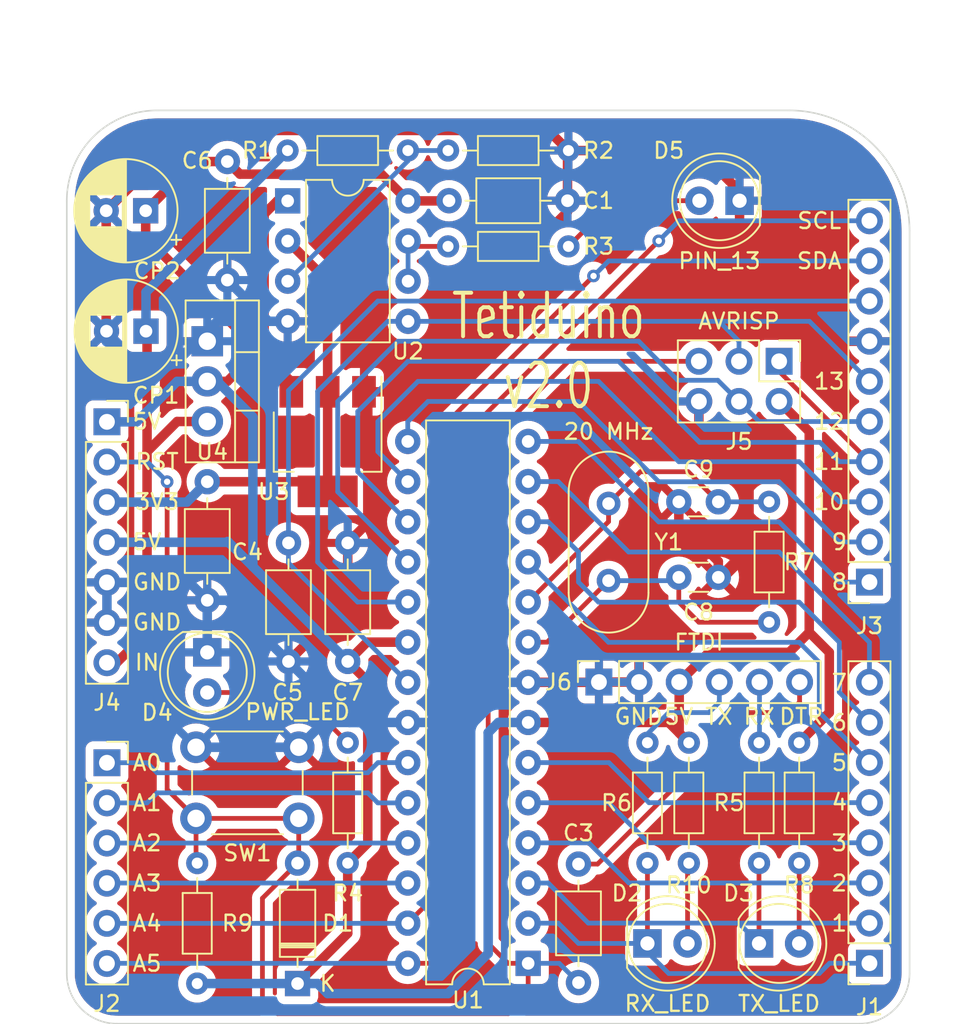
<source format=kicad_pcb>
(kicad_pcb (version 20211014) (generator pcbnew)
  (layers (0 "F.Cu" signal) (31 "B.Cu" signal) (34 "B.Paste" user) (35 "F.Paste" user) (36 "B.SilkS" user "B.Silkscreen") (37 "F.SilkS" user "F.Silkscreen") (38 "B.Mask" user) (39 "F.Mask" user) (44 "Edge.Cuts" user))
  (net 0 "")
  (net 1 "AREF")
  (net 2 "GND")
  (net 3 "+5V")
  (net 4 "Net-(D2-Pad2)")
  (net 5 "D2")
  (net 6 "D3")
  (net 7 "D4")
  (net 8 "D5")
  (net 9 "D6")
  (net 10 "D7")
  (net 11 "A0")
  (net 12 "A1")
  (net 13 "A2")
  (net 14 "A3")
  (net 15 "A4{slash}SDA")
  (net 16 "A5{slash}SCL")
  (net 17 "D8")
  (net 18 "D9")
  (net 19 "/D0{slash}RX")
  (net 20 "Net-(D3-Pad2)")
  (net 21 "Net-(D5-Pad2)")
  (net 22 "/D1{slash}TX")
  (net 23 "RESET")
  (net 24 "+3V3")
  (net 25 "VIN")
  (net 26 "/D10{slash}SS")
  (net 27 "/D11{slash}MISO")
  (net 28 "/D12{slash}MOSI")
  (net 29 "D13{slash}SCK")
  (net 30 "RXD")
  (net 31 "TXD")
  (net 32 "/DTR")
  (net 33 "Net-(C8-Pad1)")
  (net 34 "Net-(D4-Pad2)")
  (net 35 "Net-(R3-Pad1)")
  (net 36 "Net-(C9-Pad2)")
  (net 37 "Net-(U2-Pad1)")
  (net 38 "Net-(R1-Pad2)")
  (footprint "Connector_PinSocket_2.54mm:PinSocket_1x07_P2.54mm_Vertical" (layer "F.Cu") (at 124.46 102.255)
    (fp_text reference "J4")
    (fp_text value "Conn_01x07_Male")
  )
  (footprint "Resistor_THT:R_Axial_DIN0204_L3.6mm_D1.6mm_P7.62mm_Horizontal" (layer "F.Cu") (at 146.05 91.155)
    (fp_text reference "R3")
    (fp_text value "1k")
  )
  (footprint "Diode_THT:D_DO-35_SOD27_P7.62mm_Horizontal" (layer "F.Cu") (at 136.525 137.795 90)
    (fp_text reference "D1")
    (fp_text value "1N4148")
  )
  (footprint "Capacitor_THT:C_Disc_D3.0mm_W1.6mm_P2.50mm" (layer "F.Cu") (at 160.655 112.09)
    (fp_text reference "C8")
    (fp_text value "22p")
  )
  (footprint "Capacitor_THT:C_Disc_D3.0mm_W1.6mm_P2.50mm" (layer "F.Cu") (at 160.655 107.315)
    (fp_text reference "C9")
    (fp_text value "22p")
  )
  (footprint "Capacitor_THT:CP_Radial_D6.3mm_P2.50mm" (layer "F.Cu") (at 126.91238 88.9 180)
    (fp_text reference "CP2")
    (fp_text value "47u")
  )
  (footprint "Capacitor_THT:C_Axial_L3.8mm_D2.6mm_P7.50mm_Horizontal" (layer "F.Cu") (at 130.81 106.045 -90)
    (fp_text reference "C4")
    (fp_text value "1u")
  )
  (footprint "Capacitor_THT:C_Axial_L3.8mm_D2.6mm_P7.50mm_Horizontal" (layer "F.Cu") (at 139.7 117.415 90)
    (fp_text reference "C7")
    (fp_text value "100n")
  )
  (footprint "Connector_PinSocket_2.54mm:PinSocket_1x06_P2.54mm_Vertical" (layer "F.Cu") (at 155.6 118.72 90)
    (fp_text reference "J6")
    (fp_text value "Conn_01x06_Male")
  )
  (footprint "Button_Switch_THT:SW_PUSH_6mm" (layer "F.Cu") (at 136.6 127.345 180)
    (fp_text reference "SW1")
    (fp_text value "SW_Push")
  )
  (footprint "LED_THT:LED_D5.0mm" (layer "F.Cu") (at 164.5 88.265 180)
    (fp_text reference "D5")
    (fp_text value "LED")
  )
  (footprint "Package_TO_SOT_SMD:SOT-223-3_TabPin2" (layer "F.Cu") (at 138.43 103.505 -90)
    (fp_text reference "U3")
    (fp_text value "AMS1117-3.3")
  )
  (footprint "Capacitor_THT:C_Axial_L3.8mm_D2.6mm_P7.50mm_Horizontal" (layer "F.Cu") (at 146.11 88.265)
    (fp_text reference "C1")
    (fp_text value "100n")
  )
  (footprint "LED_THT:LED_D5.0mm" (layer "F.Cu") (at 165.73 135.255)
    (fp_text reference "D3")
    (fp_text value "LED")
  )
  (footprint "Package_DIP:DIP-8_W7.62mm" (layer "F.Cu") (at 135.9 88.275)
    (fp_text reference "U2")
    (fp_text value "LM358")
  )
  (footprint "Resistor_THT:R_Axial_DIN0204_L3.6mm_D1.6mm_P7.62mm_Horizontal" (layer "F.Cu") (at 135.89 85.09)
    (fp_text reference "R1")
    (fp_text value "10k")
  )
  (footprint "Package_DIP:DIP-28_W7.62mm" (layer "F.Cu") (at 151.12 136.515 180)
    (fp_text reference "U1")
    (fp_text value "ATmega328-P")
  )
  (footprint "Resistor_THT:R_Axial_DIN0204_L3.6mm_D1.6mm_P7.62mm_Horizontal" (layer "F.Cu") (at 168.275 122.555 -90)
    (fp_text reference "R8")
    (fp_text value "1k")
  )
  (footprint "Resistor_THT:R_Axial_DIN0204_L3.6mm_D1.6mm_P7.62mm_Horizontal" (layer "F.Cu") (at 139.7 130.175 90)
    (fp_text reference "R4")
    (fp_text value "1k")
  )
  (footprint "Resistor_THT:R_Axial_DIN0204_L3.6mm_D1.6mm_P7.62mm_Horizontal" (layer "F.Cu") (at 165.735 122.555 -90)
    (fp_text reference "R5")
    (fp_text value "1k")
  )
  (footprint "Capacitor_THT:CP_Radial_D6.3mm_P2.50mm" (layer "F.Cu") (at 126.93238 96.52 180)
    (fp_text reference "CP1")
    (fp_text value "47u")
  )
  (footprint "Resistor_THT:R_Axial_DIN0204_L3.6mm_D1.6mm_P7.62mm_Horizontal" (layer "F.Cu") (at 130.175 137.795 90)
    (fp_text reference "R9")
    (fp_text value "10k")
  )
  (footprint "Resistor_THT:R_Axial_DIN0204_L3.6mm_D1.6mm_P7.62mm_Horizontal" (layer "F.Cu") (at 166.37 114.935 90)
    (fp_text reference "R7")
    (fp_text value "1M")
  )
  (footprint "Connector_PinSocket_2.54mm:PinSocket_1x08_P2.54mm_Vertical" (layer "F.Cu") (at 172.72 136.51 180)
    (fp_text reference "J1")
    (fp_text value "Conn_01x08_Male")
  )
  (footprint "Connector_PinHeader_2.54mm:PinHeader_2x03_P2.54mm_Vertical" (layer "F.Cu") (at 167.005 98.425 -90)
    (fp_text reference "J5")
    (fp_text value "AVR-ISP-6")
  )
  (footprint "Resistor_THT:R_Axial_DIN0204_L3.6mm_D1.6mm_P7.62mm_Horizontal" (layer "F.Cu") (at 158.67 130.175 90)
    (fp_text reference "R6")
    (fp_text value "1k")
  )
  (footprint "Capacitor_THT:C_Axial_L3.8mm_D2.6mm_P7.50mm_Horizontal" (layer "F.Cu") (at 132.08 85.785 -90)
    (fp_text reference "C6")
    (fp_text value "100n")
  )
  (footprint "Package_TO_SOT_THT:TO-220-3_Vertical" (layer "F.Cu") (at 130.81 97.155 -90)
    (fp_text reference "U4")
    (fp_text value "LM1117-5.0")
  )
  (footprint "LED_THT:LED_D5.0mm" (layer "F.Cu") (at 158.67 135.255)
    (fp_text reference "D2")
    (fp_text value "LED")
  )
  (footprint "Connector_PinSocket_2.54mm:PinSocket_1x06_P2.54mm_Vertical" (layer "F.Cu") (at 124.46 123.825)
    (fp_text reference "J2")
    (fp_text value "Conn_01x06_Male")
  )
  (footprint "Crystal:Crystal_HC49-4H_Vertical" (layer "F.Cu") (at 156.21 112.305 90)
    (fp_text reference "Y1")
    (fp_text value "16MHz")
  )
  (footprint "Capacitor_THT:C_Axial_L3.8mm_D2.6mm_P7.50mm_Horizontal" (layer "F.Cu") (at 135.95 109.915 -90)
    (fp_text reference "C5")
    (fp_text value "100n")
  )
  (footprint "LED_THT:LED_D5.0mm" (layer "F.Cu") (at 130.81 116.84 -90)
    (fp_text reference "D4")
    (fp_text value "LED")
  )
  (footprint "Capacitor_THT:C_Axial_L3.8mm_D2.6mm_P7.50mm_Horizontal" (layer "F.Cu") (at 154.305 137.735 90)
    (fp_text reference "C3")
    (fp_text value "100n")
  )
  (footprint "Connector_PinSocket_2.54mm:PinSocket_1x10_P2.54mm_Vertical" (layer "F.Cu") (at 172.72 112.395 180)
    (fp_text reference "J3")
    (fp_text value "Conn_01x10_Male")
  )
  (footprint "Resistor_THT:R_Axial_DIN0204_L3.6mm_D1.6mm_P7.62mm_Horizontal" (layer "F.Cu") (at 161.29 122.555 -90)
    (fp_text reference "R10")
    (fp_text value "1k")
  )
  (footprint "Resistor_THT:R_Axial_DIN0204_L3.6mm_D1.6mm_P7.62mm_Horizontal" (layer "F.Cu") (at 146.05 85.09)
    (fp_text reference "R2")
    (fp_text value "10k")
  )
  (gr_line (start 125.095 140.335) (end 172.085 140.335) (layer "Edge.Cuts") (width 0.1))
  (gr_arc (start 167.64 82.55) (mid 173.028154 84.781846) (end 175.26 90.17) (layer "Edge.Cuts") (width 0.1))
  (gr_arc (start 121.92 88.265) (mid 123.593885 84.223885) (end 127.635 82.55) (layer "Edge.Cuts") (width 0.1))
  (gr_line (start 175.26 137.16) (end 175.26 90.17) (layer "Edge.Cuts") (width 0.1))
  (gr_line (start 127.635 82.55) (end 167.64 82.55) (layer "Edge.Cuts") (width 0.1))
  (gr_arc (start 125.095 140.335) (mid 122.849936 139.405064) (end 121.92 137.16) (layer "Edge.Cuts") (width 0.1))
  (gr_line (start 121.92 88.265) (end 121.92 137.16) (layer "Edge.Cuts") (width 0.1))
  (gr_arc (start 175.26 137.16) (mid 174.330064 139.405064) (end 172.085 140.335) (layer "Edge.Cuts") (width 0.1))
  (gr_text "RX" (at 165.735 120.904) (layer "F.SilkS") (effects (font (size 1 1))))
  (gr_text "PWR_LED" (at 136.525 120.61) (layer "F.SilkS") (effects (font (size 1 1))))
  (gr_text "DTR" (at 168.402 120.904) (layer "F.SilkS") (effects (font (size 1 1))))
  (gr_text "A1" (at 127 126.365) (layer "F.SilkS") (effects (font (size 1 1))))
  (gr_text "A3" (at 127 131.445) (layer "F.SilkS") (effects (font (size 1 1))))
  (gr_text "4" (at 170.815 126.32) (layer "F.SilkS") (effects (font (size 1 1))))
  (gr_text "9" (at 170.815 109.855) (layer "F.SilkS") (effects (font (size 1 1))))
  (gr_text "5V" (at 127 109.855) (layer "F.SilkS") (effects (font (size 1 1))))
  (gr_text "11" (at 170.18 104.775) (layer "F.SilkS") (effects (font (size 1 1))))
  (gr_text "A0" (at 127 123.825) (layer "F.SilkS") (effects (font (size 1 1))))
  (gr_text "2" (at 170.815 131.445) (layer "F.SilkS") (effects (font (size 1 1))))
  (gr_text "GND" (at 127.635 112.395) (layer "F.SilkS") (effects (font (size 1 1))))
  (gr_text "5V" (at 160.655 120.904) (layer "F.SilkS") (effects (font (size 1 1))))
  (gr_text "GND" (at 127.635 114.935) (layer "F.SilkS") (effects (font (size 1 1))))
  (gr_text "Tetiduino\nv2.0" (at 152.4 97.79) (layer "F.SilkS") (effects (font (size 2.75 1.8) (thickness 0.25))))
  (gr_text "A4" (at 127 133.985) (layer "F.SilkS") (effects (font (size 1 1))))
  (gr_text "RST" (at 127.635 104.775) (layer "F.SilkS") (effects (font (size 1 1))))
  (gr_text "5V" (at 127 102.235) (layer "F.SilkS") (effects (font (size 1 1))))
  (gr_text "GND" (at 158.115 120.904) (layer "F.SilkS") (effects (font (size 1 1))))
  (gr_text "0" (at 170.815 136.525) (layer "F.SilkS") (effects (font (size 1 1))))
  (gr_text "3V3" (at 127.635 107.315) (layer "F.SilkS") (effects (font (size 1 1))))
  (gr_text "20 MHz" (at 156.21 102.87) (layer "F.SilkS") (effects (font (size 1 1))))
  (gr_text "A2" (at 127 128.905) (layer "F.SilkS") (effects (font (size 1 1))))
  (gr_text "12" (at 170.18 102.235) (layer "F.SilkS") (effects (font (size 1 1))))
  (gr_text "7" (at 170.815 118.745) (layer "F.SilkS") (effects (font (size 1 1))))
  (gr_text "13" (at 170.18 99.695) (layer "F.SilkS") (effects (font (size 1 1))))
  (gr_text "10" (at 170.18 107.315) (layer "F.SilkS") (effects (font (size 1 1))))
  (gr_text "SCL" (at 169.545 89.535) (layer "F.SilkS") (effects (font (size 1 1))))
  (gr_text "AVRISP" (at 164.465 95.885) (layer "F.SilkS") (effects (font (size 1 1))))
  (gr_text "TX" (at 163.195 120.904) (layer "F.SilkS") (effects (font (size 1 1))))
  (gr_text "A5" (at 127 136.525) (layer "F.SilkS") (effects (font (size 1 1))))
  (gr_text "3" (at 170.815 128.905) (layer "F.SilkS") (effects (font (size 1 1))))
  (gr_text "PIN_13" (at 163.23 92.075) (layer "F.SilkS") (effects (font (size 1 1))))
  (gr_text "FTDI" (at 161.925 116.205) (layer "F.SilkS") (effects (font (size 1 1))))
  (gr_text "6" (at 170.815 121.285) (layer "F.SilkS") (effects (font (size 1 1))))
  (gr_text "5" (at 170.815 123.825) (layer "F.SilkS") (effects (font (size 1 1))))
  (gr_text "SDA" (at 169.545 92.075) (layer "F.SilkS") (effects (font (size 1 1))))
  (gr_text "IN" (at 127 117.475) (layer "F.SilkS") (effects (font (size 1 1))))
  (gr_text "8" (at 170.815 112.395) (layer "F.SilkS") (effects (font (size 1 1))))
  (gr_text "TX_LED" (at 167 139.065) (layer "F.SilkS") (effects (font (size 1 1))))
  (gr_text "1" (at 170.815 133.985) (layer "F.SilkS") (effects (font (size 1 1))))
  (gr_text "RX_LED" (at 159.94 139.065) (layer "F.SilkS") (effects (font (size 1 1))))
  (segment (start 141.605 94.615) (end 135.95 100.27) (width 0.3) (layer "B.Cu") (net 1))
  (segment (start 172.72 94.615) (end 141.605 94.615) (width 0.3) (layer "B.Cu") (net 1))
  (segment (start 135.95 111.185) (end 143.5 118.735) (width 0.3) (layer "B.Cu") (net 1))
  (segment (start 135.95 100.27) (end 135.95 111.185) (width 0.3) (layer "B.Cu") (net 1))
  (segment (start 161.925 85.09) (end 164.5 87.665) (width 0.6) (layer "F.Cu") (net 2))
  (segment (start 158.14 111.1) (end 158.14 118.72) (width 0.6) (layer "F.Cu") (net 2))
  (segment (start 129.49238 83.82) (end 124.41238 88.9) (width 0.6) (layer "F.Cu") (net 2))
  (segment (start 140.97 100.595) (end 140.73 100.355) (width 0.6) (layer "F.Cu") (net 2))
  (segment (start 159.385 109.855) (end 160.655 108.585) (width 0.6) (layer "F.Cu") (net 2))
  (segment (start 124.41238 88.9) (end 124.41238 96.5) (width 0.6) (layer "F.Cu") (net 2))
  (segment (start 161.925 102.87) (end 161.925 100.965) (width 0.6) (layer "F.Cu") (net 2))
  (segment (start 163.155 112.09) (end 163.5 112.09) (width 0.6) (layer "F.Cu") (net 2))
  (segment (start 172.72 97.155) (end 170.18 97.155) (width 0.6) (layer "F.Cu") (net 2))
  (segment (start 139.7 109.915) (end 140.97 108.645) (width 0.6) (layer "F.Cu") (net 2))
  (segment (start 153.61 85.15) (end 153.67 85.09) (width 0.6) (layer "F.Cu") (net 2))
  (segment (start 153.61 88.265) (end 153.61 85.15) (width 0.6) (layer "F.Cu") (net 2))
  (segment (start 165.1 110.49) (end 165.1 106.045) (width 0.6) (layer "F.Cu") (net 2))
  (segment (start 165.1 106.045) (end 161.925 102.87) (width 0.6) (layer "F.Cu") (net 2))
  (segment (start 164.5 91.475) (end 164.5 88.265) (width 0.6) (layer "F.Cu") (net 2))
  (segment (start 159.385 109.855) (end 158.14 111.1) (width 0.6) (layer "F.Cu") (net 2))
  (segment (start 163.5 112.09) (end 165.1 110.49) (width 0.6) (layer "F.Cu") (net 2))
  (segment (start 155.6 118.72) (end 158.14 118.72) (width 0.6) (layer "F.Cu") (net 2))
  (segment (start 152.4 83.82) (end 129.49238 83.82) (width 0.6) (layer "F.Cu") (net 2))
  (segment (start 161.925 109.855) (end 159.385 109.855) (width 0.6) (layer "F.Cu") (net 2))
  (segment (start 164.5 87.665) (end 164.5 88.265) (width 0.6) (layer "F.Cu") (net 2))
  (segment (start 153.67 85.09) (end 152.4 83.82) (width 0.6) (layer "F.Cu") (net 2))
  (segment (start 139.7 109.915) (end 139.7 113.665) (width 0.6) (layer "F.Cu") (net 2))
  (segment (start 142.215 100.355) (end 140.73 100.355) (width 0.6) (layer "F.Cu") (net 2))
  (segment (start 139.7 113.665) (end 135.95 117.415) (width 0.6) (layer "F.Cu") (net 2))
  (segment (start 153.67 85.09) (end 161.925 85.09) (width 0.6) (layer "F.Cu") (net 2))
  (segment (start 163.155 112.09) (end 163.155 111.085) (width 0.6) (layer "F.Cu") (net 2))
  (segment (start 155.585 118.735) (end 155.6 118.72) (width 0.6) (layer "F.Cu") (net 2))
  (segment (start 163.155 111.085) (end 161.925 109.855) (width 0.6) (layer "F.Cu") (net 2))
  (segment (start 140.97 108.645) (end 140.97 100.595) (width 0.6) (layer "F.Cu") (net 2))
  (segment (start 170.18 97.155) (end 164.5 91.475) (width 0.6) (layer "F.Cu") (net 2))
  (segment (start 142.215 100.355) (end 153.61 88.96) (width 0.6) (layer "F.Cu") (net 2))
  (segment (start 153.61 88.96) (end 153.61 88.265) (width 0.6) (layer "F.Cu") (net 2))
  (segment (start 151.12 118.735) (end 155.585 118.735) (width 0.6) (layer "F.Cu") (net 2))
  (segment (start 160.655 108.585) (end 160.655 107.315) (width 0.6) (layer "F.Cu") (net 2))
  (segment (start 124.41238 96.5) (end 124.43238 96.52) (width 0.6) (layer "F.Cu") (net 2))
  (segment (start 124.43238 97.18262) (end 124.48762 97.18262) (width 0.6) (layer "B.Cu") (net 2))
  (segment (start 151.12 118.735) (end 147.965 118.735) (width 0.6) (layer "B.Cu") (net 2))
  (segment (start 130.175 97.155) (end 130.81 97.155) (width 0.6) (layer "B.Cu") (net 2))
  (segment (start 140.345 121.275) (end 138.17 121.275) (width 0.6) (layer "B.Cu") (net 2))
  (segment (start 135.95 117.415) (end 139.81 121.275) (width 0.6) (layer "B.Cu") (net 2))
  (segment (start 145.425 121.275) (end 143.5 121.275) (width 0.6) (layer "B.Cu") (net 2))
  (segment (start 134.69 95.895) (end 132.08 93.285) (width 0.6) (layer "B.Cu") (net 2))
  (segment (start 124.46 114.955) (end 124.46 112.415) (width 0.6) (layer "B.Cu") (net 2))
  (segment (start 138.17 121.275) (end 136.6 122.845) (width 0.6) (layer "B.Cu") (net 2))
  (segment (start 128.905 98.425) (end 130.175 97.155) (width 0.6) (layer "B.Cu") (net 2))
  (segment (start 129.68 112.415) (end 130.81 113.545) (width 0.6) (layer "B.Cu") (net 2))
  (segment (start 124.43238 96.52) (end 124.43238 97.18262) (width 0.6) (layer "B.Cu") (net 2))
  (segment (start 130.81 113.545) (end 130.81 116.84) (width 0.6) (layer "B.Cu") (net 2))
  (segment (start 136.6 122.845) (end 130.1 122.845) (width 0.6) (layer "B.Cu") (net 2))
  (segment (start 135.95 117.415) (end 132.08 113.545) (width 0.6) (layer "B.Cu") (net 2))
  (segment (start 130.81 96.52) (end 130.81 97.155) (width 0.6) (layer "B.Cu") (net 2))
  (segment (start 147.965 118.735) (end 145.425 121.275) (width 0.6) (layer "B.Cu") (net 2))
  (segment (start 132.08 113.545) (end 130.81 113.545) (width 0.6) (layer "B.Cu") (net 2))
  (segment (start 139.81 121.275) (end 140.345 121.275) (width 0.6) (layer "B.Cu") (net 2))
  (segment (start 124.48762 97.18262) (end 125.73 98.425) (width 0.6) (layer "B.Cu") (net 2))
  (segment (start 131.435 95.895) (end 130.81 96.52) (width 0.6) (layer "B.Cu") (net 2))
  (segment (start 143.5 121.275) (end 140.345 121.275) (width 0.6) (layer "B.Cu") (net 2))
  (segment (start 135.9 95.895) (end 134.69 95.895) (width 0.6) (layer "B.Cu") (net 2))
  (segment (start 124.5 96.48) (end 124.46 96.52) (width 0.6) (layer "B.Cu") (net 2))
  (segment (start 125.73 98.425) (end 128.905 98.425) (width 0.6) (layer "B.Cu") (net 2))
  (segment (start 124.46 112.415) (end 129.68 112.415) (width 0.6) (layer "B.Cu") (net 2))
  (segment (start 134.69 95.895) (end 131.435 95.895) (width 0.6) (layer "B.Cu") (net 2))
  (segment (start 140.97 128.905) (end 139.7 130.175) (width 0.6) (layer "F.Cu") (net 3))
  (segment (start 132.08 85.785) (end 130.02738 85.785) (width 0.6) (layer "F.Cu") (net 3))
  (segment (start 170.18 116.84) (end 168.91 115.57) (width 0.6) (layer "F.Cu") (net 3))
  (segment (start 132.879999 86.584999) (end 141.829999 86.584999) (width 0.6) (layer "F.Cu") (net 3))
  (segment (start 160.68 121.945) (end 161.29 122.555) (width 0.6) (layer "F.Cu") (net 3))
  (segment (start 160.01 121.275) (end 161.29 122.555) (width 0.6) (layer "F.Cu") (net 3))
  (segment (start 139.7 134.62) (end 136.525 137.795) (width 0.6) (layer "F.Cu") (net 3))
  (segment (start 151.12 121.275) (end 160.01 121.275) (width 0.6) (layer "F.Cu") (net 3))
  (segment (start 139.7 117.415) (end 140.97 118.685) (width 0.6) (layer "F.Cu") (net 3))
  (segment (start 130.81 99.695) (end 132.08 99.695) (width 0.6) (layer "F.Cu") (net 3))
  (segment (start 170.18 120.65) (end 170.18 116.84) (width 0.6) (layer "F.Cu") (net 3))
  (segment (start 132.778261 98.996739) (end 132.778261 96.456739) (width 0.6) (layer "F.Cu") (net 3))
  (segment (start 140.97 118.685) (end 140.97 128.905) (width 0.6) (layer "F.Cu") (net 3))
  (segment (start 167.64 116.84) (end 168.91 115.57) (width 0.6) (layer "F.Cu") (net 3))
  (segment (start 132.08 85.785) (end 132.879999 86.584999) (width 0.6) (layer "F.Cu") (net 3))
  (segment (start 132.08 99.695) (end 132.778261 98.996739) (width 0.6) (layer "F.Cu") (net 3))
  (segment (start 168.275 122.555) (end 170.18 120.65) (width 0.6) (layer "F.Cu") (net 3))
  (segment (start 160.68 118.72) (end 160.68 121.945) (width 0.6) (layer "F.Cu") (net 3))
  (segment (start 126.91238 90.590858) (end 126.91238 88.9) (width 0.6) (layer "F.Cu") (net 3))
  (segment (start 143.52 88.275) (end 146.1 88.275) (width 0.6) (layer "F.Cu") (net 3))
  (segment (start 146.1 88.275) (end 146.11 88.265) (width 0.6) (layer "F.Cu") (net 3))
  (segment (start 130.02738 85.785) (end 126.91238 88.9) (width 0.6) (layer "F.Cu") (net 3))
  (segment (start 160.68 118.72) (end 162.56 116.84) (width 0.6) (layer "F.Cu") (net 3))
  (segment (start 141.829999 86.584999) (end 143.52 88.275) (width 0.6) (layer "F.Cu") (net 3))
  (segment (start 143.5 116.195) (end 140.92 116.195) (width 0.6) (layer "F.Cu") (net 3))
  (segment (start 132.778261 96.456739) (end 126.91238 90.590858) (width 0.6) (layer "F.Cu") (net 3))
  (segment (start 162.56 116.84) (end 167.64 116.84) (width 0.6) (layer "F.Cu") (net 3))
  (segment (start 168.91 115.57) (end 168.91 102.87) (width 0.6) (layer "F.Cu") (net 3))
  (segment (start 140.92 116.195) (end 139.7 117.415) (width 0.6) (layer "F.Cu") (net 3))
  (segment (start 139.7 130.175) (end 139.7 134.62) (width 0.6) (layer "F.Cu") (net 3))
  (segment (start 168.91 102.87) (end 167.005 100.965) (width 0.6) (layer "F.Cu") (net 3))
  (segment (start 146.05 138.43) (end 138.43 138.43) (width 0.6) (layer "B.Cu") (net 3))
  (segment (start 128.905 99.695) (end 130.81 99.695) (width 0.6) (layer "B.Cu") (net 3))
  (segment (start 133.6975 111.4125) (end 132.11 109.825) (width 0.6) (layer "B.Cu") (net 3))
  (segment (start 139.7 117.415) (end 133.6975 111.4125) (width 0.6) (layer "B.Cu") (net 3))
  (segment (start 137.795 137.795) (end 136.525 137.795) (width 0.6) (layer "B.Cu") (net 3))
  (segment (start 124.46 109.875) (end 132.06 109.875) (width 0.6) (layer "B.Cu") (net 3))
  (segment (start 126.345 102.255) (end 128.905 99.695) (width 0.6) (layer "B.Cu") (net 3))
  (segment (start 132.06 109.875) (end 132.11 109.825) (width 0.6) (layer "B.Cu") (net 3))
  (segment (start 151.12 121.275) (end 149.235 121.275) (width 0.6) (layer "B.Cu") (net 3))
  (segment (start 133.6975 101.9475) (end 133.6975 111.4125) (width 0.6) (layer "B.Cu") (net 3))
  (segment (start 148.59 121.92) (end 148.59 135.89) (width 0.6) (layer "B.Cu") (net 3))
  (segment (start 136.525 137.795) (end 130.175 137.795) (width 0.6) (layer "B.Cu") (net 3))
  (segment (start 138.43 138.43) (end 137.795 137.795) (width 0.6) (layer "B.Cu") (net 3))
  (segment (start 149.235 121.275) (end 148.59 121.92) (width 0.6) (layer "B.Cu") (net 3))
  (segment (start 148.59 135.89) (end 146.05 138.43) (width 0.6) (layer "B.Cu") (net 3))
  (segment (start 130.81 99.695) (end 131.445 99.695) (width 0.6) (layer "B.Cu") (net 3))
  (segment (start 131.445 99.695) (end 133.6975 101.9475) (width 0.6) (layer "B.Cu") (net 3))
  (segment (start 124.46 102.255) (end 126.345 102.255) (width 0.6) (layer "B.Cu") (net 3))
  (segment (start 161.21 130.255) (end 161.29 130.175) (width 0.3) (layer "F.Cu") (net 4))
  (segment (start 161.21 135.255) (end 161.21 130.255) (width 0.3) (layer "F.Cu") (net 4))
  (segment (start 157.495 131.43) (end 172.72 131.43) (width 0.3) (layer "B.Cu") (net 5))
  (segment (start 151.12 128.895) (end 154.96 128.895) (width 0.3) (layer "B.Cu") (net 5))
  (segment (start 154.96 128.895) (end 157.495 131.43) (width 0.3) (layer "B.Cu") (net 5))
  (segment (start 156.2 126.355) (end 158.735 128.89) (width 0.3) (layer "B.Cu") (net 6))
  (segment (start 158.735 128.89) (end 172.72 128.89) (width 0.3) (layer "B.Cu") (net 6))
  (segment (start 151.12 126.355) (end 156.2 126.355) (width 0.3) (layer "B.Cu") (net 6))
  (segment (start 151.12 123.815) (end 156.23 123.815) (width 0.3) (layer "B.Cu") (net 7))
  (segment (start 156.23 123.815) (end 158.765 126.35) (width 0.3) (layer "B.Cu") (net 7))
  (segment (start 158.765 126.35) (end 172.72 126.35) (width 0.3) (layer "B.Cu") (net 7))
  (segment (start 151.12 111.115) (end 156.21 116.205) (width 0.3) (layer "B.Cu") (net 8))
  (segment (start 169.545 120.635) (end 172.72 123.81) (width 0.3) (layer "B.Cu") (net 8))
  (segment (start 169.545 117.475) (end 169.545 120.635) (width 0.3) (layer "B.Cu") (net 8))
  (segment (start 168.275 116.205) (end 169.545 117.475) (width 0.3) (layer "B.Cu") (net 8))
  (segment (start 156.21 116.205) (end 168.275 116.205) (width 0.3) (layer "B.Cu") (net 8))
  (segment (start 170.815 119.365) (end 172.72 121.27) (width 0.3) (layer "B.Cu") (net 9))
  (segment (start 151.12 108.575) (end 152.39 108.575) (width 0.3) (layer "B.Cu") (net 9))
  (segment (start 170.815 116.205) (end 170.815 119.365) (width 0.3) (layer "B.Cu") (net 9))
  (segment (start 154.305 112.395) (end 155.575 113.665) (width 0.3) (layer "B.Cu") (net 9))
  (segment (start 154.305 110.49) (end 154.305 112.395) (width 0.3) (layer "B.Cu") (net 9))
  (segment (start 152.39 108.575) (end 154.305 110.49) (width 0.3) (layer "B.Cu") (net 9))
  (segment (start 168.275 113.665) (end 170.815 116.205) (width 0.3) (layer "B.Cu") (net 9))
  (segment (start 155.575 113.665) (end 168.275 113.665) (width 0.3) (layer "B.Cu") (net 9))
  (segment (start 172.72 116.205) (end 172.72 118.73) (width 0.3) (layer "B.Cu") (net 10))
  (segment (start 167.005 110.49) (end 172.72 116.205) (width 0.3) (layer "B.Cu") (net 10))
  (segment (start 151.12 106.035) (end 153.025 106.035) (width 0.3) (layer "B.Cu") (net 10))
  (segment (start 153.025 106.035) (end 157.48 110.49) (width 0.3) (layer "B.Cu") (net 10))
  (segment (start 157.48 110.49) (end 167.005 110.49) (width 0.3) (layer "B.Cu") (net 10))
  (segment (start 124.46 123.825) (end 127 123.825) (width 0.3) (layer "B.Cu") (net 11))
  (segment (start 140.97 124.46) (end 141.615 123.815) (width 0.3) (layer "B.Cu") (net 11))
  (segment (start 127.635 124.46) (end 140.97 124.46) (width 0.3) (layer "B.Cu") (net 11))
  (segment (start 141.615 123.815) (end 143.5 123.815) (width 0.3) (layer "B.Cu") (net 11))
  (segment (start 127 123.825) (end 127.635 124.46) (width 0.3) (layer "B.Cu") (net 11))
  (segment (start 140.97 125.73) (end 141.605 126.365) (width 0.3) (layer "B.Cu") (net 12))
  (segment (start 127.635 125.73) (end 140.97 125.73) (width 0.3) (layer "B.Cu") (net 12))
  (segment (start 124.46 126.365) (end 127 126.365) (width 0.3) (layer "B.Cu") (net 12))
  (segment (start 141.605 126.365) (end 143.49 126.365) (width 0.3) (layer "B.Cu") (net 12))
  (segment (start 143.49 126.365) (end 143.5 126.355) (width 0.3) (layer "B.Cu") (net 12))
  (segment (start 127 126.365) (end 127.635 125.73) (width 0.3) (layer "B.Cu") (net 12))
  (segment (start 143.49 128.905) (end 143.5 128.895) (width 0.3) (layer "B.Cu") (net 13))
  (segment (start 124.46 128.905) (end 143.49 128.905) (width 0.3) (layer "B.Cu") (net 13))
  (segment (start 124.46 131.445) (end 124.47 131.435) (width 0.3) (layer "B.Cu") (net 14))
  (segment (start 124.47 131.435) (end 143.5 131.435) (width 0.3) (layer "B.Cu") (net 14))
  (segment (start 146.05 131.425) (end 143.5 133.975) (width 0.3) (layer "F.Cu") (net 15))
  (segment (start 155.2575 93.0275) (end 146.05 102.235) (width 0.3) (layer "F.Cu") (net 15))
  (segment (start 146.05 102.235) (end 146.05 131.425) (width 0.3) (layer "F.Cu") (net 15))
  (via (at 155.2575 93.0275) (size 0.8) (drill 0.4) (layers "F.Cu" "B.Cu") (net 15))
  (segment (start 124.46 133.985) (end 143.49 133.985) (width 0.3) (layer "B.Cu") (net 15))
  (segment (start 156.21 92.075) (end 172.72 92.075) (width 0.3) (layer "B.Cu") (net 15))
  (segment (start 155.2575 93.0275) (end 156.21 92.075) (width 0.3) (layer "B.Cu") (net 15))
  (segment (start 143.49 133.985) (end 143.5 133.975) (width 0.3) (layer "B.Cu") (net 15))
  (segment (start 159.385 90.805) (end 147.32 102.87) (width 0.3) (layer "F.Cu") (net 16))
  (segment (start 145.425 136.515) (end 143.5 136.515) (width 0.3) (layer "F.Cu") (net 16))
  (segment (start 147.32 134.62) (end 145.425 136.515) (width 0.3) (layer "F.Cu") (net 16))
  (segment (start 147.32 102.87) (end 147.32 134.62) (width 0.3) (layer "F.Cu") (net 16))
  (via (at 159.385 90.805) (size 0.8) (drill 0.4) (layers "F.Cu" "B.Cu") (net 16))
  (segment (start 143.5 136.515) (end 124.47 136.515) (width 0.3) (layer "B.Cu") (net 16))
  (segment (start 160.655 89.535) (end 172.72 89.535) (width 0.3) (layer "B.Cu") (net 16))
  (segment (start 124.47 136.515) (end 124.46 136.525) (width 0.3) (layer "B.Cu") (net 16))
  (segment (start 159.385 90.805) (end 160.655 89.535) (width 0.3) (layer "B.Cu") (net 16))
  (segment (start 154.295 103.495) (end 151.12 103.495) (width 0.3) (layer "B.Cu") (net 17))
  (segment (start 159.385 108.585) (end 154.295 103.495) (width 0.3) (layer "B.Cu") (net 17))
  (segment (start 167.005 108.585) (end 170.815 112.395) (width 0.3) (layer "B.Cu") (net 17))
  (segment (start 170.815 112.395) (end 172.72 112.395) (width 0.3) (layer "B.Cu") (net 17))
  (segment (start 167.005 108.585) (end 159.385 108.585) (width 0.3) (layer "B.Cu") (net 17))
  (segment (start 170.815 109.855) (end 172.72 109.855) (width 0.3) (layer "B.Cu") (net 18))
  (segment (start 167.005 106.045) (end 170.815 109.855) (width 0.3) (layer "B.Cu") (net 18))
  (segment (start 154.305 100.965) (end 159.385 106.045) (width 0.3) (layer "B.Cu") (net 18))
  (segment (start 143.5 103.495) (end 143.5 102.245) (width 0.3) (layer "B.Cu") (net 18))
  (segment (start 143.5 102.245) (end 144.78 100.965) (width 0.3) (layer "B.Cu") (net 18))
  (segment (start 159.385 106.045) (end 167.005 106.045) (width 0.3) (layer "B.Cu") (net 18))
  (segment (start 144.78 100.965) (end 154.305 100.965) (width 0.3) (layer "B.Cu") (net 18))
  (segment (start 158.67 135.255) (end 158.67 130.175) (width 0.3) (layer "F.Cu") (net 19))
  (segment (start 169.545 137.16) (end 170.195 136.51) (width 0.3) (layer "B.Cu") (net 19))
  (segment (start 151.12 133.975) (end 153.025 133.975) (width 0.3) (layer "B.Cu") (net 19))
  (segment (start 160.02 137.16) (end 169.545 137.16) (width 0.3) (layer "B.Cu") (net 19))
  (segment (start 158.67 135.81) (end 160.02 137.16) (width 0.3) (layer "B.Cu") (net 19))
  (segment (start 154.305 135.255) (end 158.67 135.255) (width 0.3) (layer "B.Cu") (net 19))
  (segment (start 153.025 133.975) (end 154.305 135.255) (width 0.3) (layer "B.Cu") (net 19))
  (segment (start 158.67 135.255) (end 158.67 135.81) (width 0.3) (layer "B.Cu") (net 19))
  (segment (start 170.195 136.51) (end 172.72 136.51) (width 0.3) (layer "B.Cu") (net 19))
  (segment (start 168.27 135.255) (end 168.27 130.18) (width 0.3) (layer "F.Cu") (net 20))
  (segment (start 168.27 130.18) (end 168.275 130.175) (width 0.3) (layer "F.Cu") (net 20))
  (segment (start 156.56 88.265) (end 153.67 91.155) (width 0.3) (layer "F.Cu") (net 21))
  (segment (start 161.96 88.265) (end 156.56 88.265) (width 0.3) (layer "F.Cu") (net 21))
  (segment (start 165.73 135.255) (end 165.73 130.18) (width 0.3) (layer "F.Cu") (net 22))
  (segment (start 165.73 130.18) (end 165.735 130.175) (width 0.3) (layer "F.Cu") (net 22))
  (segment (start 152.39 131.435) (end 154.925 133.97) (width 0.3) (layer "B.Cu") (net 22))
  (segment (start 165.73 135.25) (end 165.73 135.255) (width 0.3) (layer "B.Cu") (net 22))
  (segment (start 164.45 133.97) (end 165.73 135.25) (width 0.3) (layer "B.Cu") (net 22))
  (segment (start 154.925 133.97) (end 164.45 133.97) (width 0.3) (layer "B.Cu") (net 22))
  (segment (start 151.12 131.435) (end 152.39 131.435) (width 0.3) (layer "B.Cu") (net 22))
  (segment (start 164.45 133.97) (end 172.72 133.97) (width 0.3) (layer "B.Cu") (net 22))
  (segment (start 134.3025 132.3975) (end 134.3025 138.7475) (width 0.3) (layer "F.Cu") (net 23))
  (segment (start 149.86 139.7) (end 151.13 138.43) (width 0.3) (layer "F.Cu") (net 23))
  (segment (start 153.67 98.425) (end 161.925 98.425) (width 0.3) (layer "F.Cu") (net 23))
  (segment (start 136.525 130.175) (end 134.3025 132.3975) (width 0.3) (layer "F.Cu") (net 23))
  (segment (start 151.13 138.43) (end 151.12 138.42) (width 0.3) (layer "F.Cu") (net 23))
  (segment (start 130.1 130.1) (end 130.175 130.175) (width 0.3) (layer "F.Cu") (net 23))
  (segment (start 134.3025 138.7475) (end 135.255 139.7) (width 0.3) (layer "F.Cu") (net 23))
  (segment (start 136.6 127.345) (end 136.6 130.1) (width 0.3) (layer "F.Cu") (net 23))
  (segment (start 148.59 103.505) (end 153.67 98.425) (width 0.3) (layer "F.Cu") (net 23))
  (segment (start 151.12 136.515) (end 149.85 136.515) (width 0.3) (layer "F.Cu") (net 23))
  (segment (start 151.12 138.42) (end 151.12 136.515) (width 0.3) (layer "F.Cu") (net 23))
  (segment (start 130.1 127.345) (end 130.1 130.1) (width 0.3) (layer "F.Cu") (net 23))
  (segment (start 149.85 136.515) (end 148.59 135.255) (width 0.3) (layer "F.Cu") (net 23))
  (segment (start 128.27 125.515) (end 130.1 127.345) (width 0.3) (layer "F.Cu") (net 23))
  (segment (start 136.6 130.1) (end 136.525 130.175) (width 0.3) (layer "F.Cu") (net 23))
  (segment (start 128.27 106.045) (end 128.27 125.515) (width 0.3) (layer "F.Cu") (net 23))
  (segment (start 130.1 127.345) (end 136.6 127.345) (width 0.3) (layer "F.Cu") (net 23))
  (segment (start 148.59 135.255) (end 148.59 103.505) (width 0.3) (layer "F.Cu") (net 23))
  (segment (start 135.255 139.7) (end 149.86 139.7) (width 0.3) (layer "F.Cu") (net 23))
  (via (at 128.27 106.045) (size 0.8) (drill 0.4) (layers "F.Cu" "B.Cu") (net 23))
  (segment (start 153.085 136.515) (end 154.305 137.735) (width 0.3) (layer "B.Cu") (net 23))
  (segment (start 151.12 136.515) (end 153.085 136.515) (width 0.3) (layer "B.Cu") (net 23))
  (segment (start 128.27 106.045) (end 127.02 104.795) (width 0.3) (layer "B.Cu") (net 23))
  (segment (start 127.02 104.795) (end 124.46 104.795) (width 0.3) (layer "B.Cu") (net 23))
  (segment (start 137.82 106.045) (end 138.43 106.655) (width 0.6) (layer "F.Cu") (net 24))
  (segment (start 138.43 100.355) (end 138.43 106.655) (width 0.6) (layer "F.Cu") (net 24))
  (segment (start 138.43 100.355) (end 138.43 93.345) (width 0.6) (layer "F.Cu") (net 24))
  (segment (start 130.81 106.045) (end 137.82 106.045) (width 0.6) (layer "F.Cu") (net 24))
  (segment (start 138.43 93.345) (end 135.9 90.815) (width 0.6) (layer "F.Cu") (net 24))
  (segment (start 129.52 107.335) (end 130.81 106.045) (width 0.6) (layer "B.Cu") (net 24))
  (segment (start 124.46 107.335) (end 129.52 107.335) (width 0.6) (layer "B.Cu") (net 24))
  (segment (start 127 115.57) (end 127 104.14) (width 0.6) (layer "F.Cu") (net 25))
  (segment (start 124.46 117.495) (end 125.075 117.495) (width 0.6) (layer "F.Cu") (net 25))
  (segment (start 125.075 117.495) (end 127 115.57) (width 0.6) (layer "F.Cu") (net 25))
  (segment (start 127 96.58762) (end 126.93238 96.52) (width 0.6) (layer "F.Cu") (net 25))
  (segment (start 128.905 102.235) (end 130.81 102.235) (width 0.6) (layer "F.Cu") (net 25))
  (segment (start 127 104.14) (end 127 96.58762) (width 0.6) (layer "F.Cu") (net 25))
  (segment (start 127 104.14) (end 128.905 102.235) (width 0.6) (layer "F.Cu") (net 25))
  (segment (start 135.89 85.09) (end 126.93238 94.04762) (width 0.6) (layer "B.Cu") (net 25))
  (segment (start 126.93238 94.04762) (end 126.93238 96.52) (width 0.6) (layer "B.Cu") (net 25))
  (segment (start 141.605 104.14) (end 141.605 102.235) (width 0.3) (layer "B.Cu") (net 26))
  (segment (start 170.815 107.315) (end 172.72 107.315) (width 0.3) (layer "B.Cu") (net 26))
  (segment (start 168.275 104.775) (end 170.815 107.315) (width 0.3) (layer "B.Cu") (net 26))
  (segment (start 143.5 106.035) (end 141.605 104.14) (width 0.3) (layer "B.Cu") (net 26))
  (segment (start 144.145 99.695) (end 155.575 99.695) (width 0.3) (layer "B.Cu") (net 26))
  (segment (start 160.655 104.775) (end 168.275 104.775) (width 0.3) (layer "B.Cu") (net 26))
  (segment (start 141.605 102.235) (end 144.145 99.695) (width 0.3) (layer "B.Cu") (net 26))
  (segment (start 155.575 99.695) (end 160.655 104.775) (width 0.3) (layer "B.Cu") (net 26))
  (segment (start 167.005 99.06) (end 172.72 104.775) (width 0.3) (layer "F.Cu") (net 27))
  (segment (start 167.005 98.425) (end 167.005 99.06) (width 0.3) (layer "F.Cu") (net 27))
  (segment (start 140.335 105.41) (end 140.335 101.6) (width 0.3) (layer "B.Cu") (net 27))
  (segment (start 161.97 103.55) (end 169.59 103.55) (width 0.3) (layer "B.Cu") (net 27))
  (segment (start 140.335 101.6) (end 143.51 98.425) (width 0.3) (layer "B.Cu") (net 27))
  (segment (start 170.815 104.775) (end 172.72 104.775) (width 0.3) (layer "B.Cu") (net 27))
  (segment (start 169.59 103.55) (end 170.815 104.775) (width 0.3) (layer "B.Cu") (net 27))
  (segment (start 143.51 98.425) (end 156.845 98.425) (width 0.3) (layer "B.Cu") (net 27))
  (segment (start 143.5 108.575) (end 140.335 105.41) (width 0.3) (layer "B.Cu") (net 27))
  (segment (start 156.845 98.425) (end 161.97 103.55) (width 0.3) (layer "B.Cu") (net 27))
  (segment (start 165.735 102.235) (end 172.72 102.235) (width 0.3) (layer "B.Cu") (net 28))
  (segment (start 143.5 111.115) (end 139.065 106.68) (width 0.3) (layer "B.Cu") (net 28))
  (segment (start 164.465 100.965) (end 165.735 102.235) (width 0.3) (layer "B.Cu") (net 28))
  (segment (start 142.875 97.155) (end 158.115 97.155) (width 0.3) (layer "B.Cu") (net 28))
  (segment (start 158.115 97.155) (end 160.585 99.625) (width 0.3) (layer "B.Cu") (net 28))
  (segment (start 163.125 99.625) (end 164.465 100.965) (width 0.3) (layer "B.Cu") (net 28))
  (segment (start 139.065 100.965) (end 142.875 97.155) (width 0.3) (layer "B.Cu") (net 28))
  (segment (start 139.065 106.68) (end 139.065 100.965) (width 0.3) (layer "B.Cu") (net 28))
  (segment (start 160.585 99.625) (end 163.125 99.625) (width 0.3) (layer "B.Cu") (net 28))
  (segment (start 168.92 95.895) (end 172.72 99.695) (width 0.3) (layer "B.Cu") (net 29))
  (segment (start 142.23 95.895) (end 163.205 95.895) (width 0.3) (layer "B.Cu") (net 29))
  (segment (start 137.795 111.125) (end 137.795 100.33) (width 0.3) (layer "B.Cu") (net 29))
  (segment (start 163.205 95.895) (end 164.465 97.155) (width 0.3) (layer "B.Cu") (net 29))
  (segment (start 143.5 113.655) (end 140.325 113.655) (width 0.3) (layer "B.Cu") (net 29))
  (segment (start 163.205 95.895) (end 168.92 95.895) (width 0.3) (layer "B.Cu") (net 29))
  (segment (start 140.325 113.655) (end 137.795 111.125) (width 0.3) (layer "B.Cu") (net 29))
  (segment (start 137.795 100.33) (end 142.23 95.895) (width 0.3) (layer "B.Cu") (net 29))
  (segment (start 164.465 97.155) (end 164.465 98.425) (width 0.3) (layer "B.Cu") (net 29))
  (segment (start 165.76 122.53) (end 165.735 122.555) (width 0.3) (layer "B.Cu") (net 30))
  (segment (start 165.76 118.72) (end 165.76 122.53) (width 0.3) (layer "B.Cu") (net 30))
  (segment (start 163.22 118.72) (end 163.22 119.99) (width 0.3) (layer "B.Cu") (net 31))
  (segment (start 163.22 119.99) (end 162.56 120.65) (width 0.3) (layer "B.Cu") (net 31))
  (segment (start 160.02 120.65) (end 158.67 122) (width 0.3) (layer "B.Cu") (net 31))
  (segment (start 158.67 122) (end 158.67 122.555) (width 0.3) (layer "B.Cu") (net 31))
  (segment (start 162.56 120.65) (end 160.02 120.65) (width 0.3) (layer "B.Cu") (net 31))
  (segment (start 167.64 120.65) (end 165.1 120.65) (width 0.3) (layer "F.Cu") (net 32))
  (segment (start 168.3 119.99) (end 167.64 120.65) (width 0.3) (layer "F.Cu") (net 32))
  (segment (start 155.515 130.235) (end 154.305 130.235) (width 0.3) (layer "F.Cu") (net 32))
  (segment (start 165.1 120.65) (end 155.515 130.235) (width 0.3) (layer "F.Cu") (net 32))
  (segment (start 168.3 118.72) (end 168.3 119.99) (width 0.3) (layer "F.Cu") (net 32))
  (segment (start 151.12 116.195) (end 152.32 116.195) (width 0.3) (layer "F.Cu") (net 33))
  (segment (start 152.32 116.195) (end 156.21 112.305) (width 0.3) (layer "F.Cu") (net 33))
  (segment (start 160.655 113.665) (end 161.925 114.935) (width 0.3) (layer "F.Cu") (net 33))
  (segment (start 160.655 112.09) (end 160.655 113.665) (width 0.3) (layer "F.Cu") (net 33))
  (segment (start 161.925 114.935) (end 166.37 114.935) (width 0.3) (layer "F.Cu") (net 33))
  (segment (start 160.44 112.305) (end 160.655 112.09) (width 0.3) (layer "B.Cu") (net 33))
  (segment (start 156.21 112.305) (end 160.44 112.305) (width 0.3) (layer "B.Cu") (net 33))
  (segment (start 139.7 122.555) (end 136.525 119.38) (width 0.3) (layer "F.Cu") (net 34))
  (segment (start 136.525 119.38) (end 130.81 119.38) (width 0.3) (layer "F.Cu") (net 34))
  (segment (start 143.86 91.155) (end 143.52 90.815) (width 0.3) (layer "F.Cu") (net 35))
  (segment (start 146.05 91.155) (end 143.86 91.155) (width 0.3) (layer "F.Cu") (net 35))
  (segment (start 143.52 93.355) (end 143.52 90.815) (width 0.3) (layer "B.Cu") (net 35))
  (segment (start 158.225 105.41) (end 161.25 105.41) (width 0.3) (layer "F.Cu") (net 36))
  (segment (start 161.25 105.41) (end 163.155 107.315) (width 0.3) (layer "F.Cu") (net 36))
  (segment (start 156.21 108.565) (end 156.21 107.425) (width 0.3) (layer "F.Cu") (net 36))
  (segment (start 156.21 107.425) (end 158.225 105.41) (width 0.3) (layer "F.Cu") (net 36))
  (segment (start 151.12 113.655) (end 156.21 108.565) (width 0.3) (layer "F.Cu") (net 36))
  (segment (start 163.155 107.315) (end 166.37 107.315) (width 0.3) (layer "B.Cu") (net 36))
  (segment (start 136.13 99.72) (end 136.13 100.355) (width 0.6) (layer "F.Cu") (net 37))
  (segment (start 134.41 89.11) (end 135.245 88.275) (width 0.6) (layer "F.Cu") (net 37))
  (segment (start 134.41 98) (end 134.41 89.11) (width 0.6) (layer "F.Cu") (net 37))
  (segment (start 135.245 88.275) (end 135.9 88.275) (width 0.6) (layer "F.Cu") (net 37))
  (segment (start 134.41 98) (end 136.13 99.72) (width 0.6) (layer "F.Cu") (net 37))
  (segment (start 143.51 85.09) (end 146.05 85.09) (width 0.3) (layer "B.Cu") (net 38))
  (segment (start 143.51 85.745) (end 143.51 85.09) (width 0.3) (layer "B.Cu") (net 38))
  (segment (start 135.9 93.355) (end 143.51 85.745) (width 0.3) (layer "B.Cu") (net 38))
  (zone (net 2) (net_name "GND") (layer "F.Cu") (connect_pads (clearance 0.508)) (min_thickness 0.254) (fill yes (thermal_gap 0.508) (thermal_bridge_width 0.508))
    (polygon (pts (xy 175.26 140.335) (xy 121.92 140.335) (xy 121.92 75.565) (xy 175.26 75.565)))
  )
  (zone (net 2) (net_name "GND") (layer "B.Cu") (connect_pads (clearance 0.508)) (min_thickness 0.254) (fill yes (thermal_gap 0.508) (thermal_bridge_width 0.508))
    (polygon (pts (xy 175.26 140.335) (xy 121.92 140.335) (xy 121.92 75.565) (xy 175.26 75.565)))
  )
)
</source>
